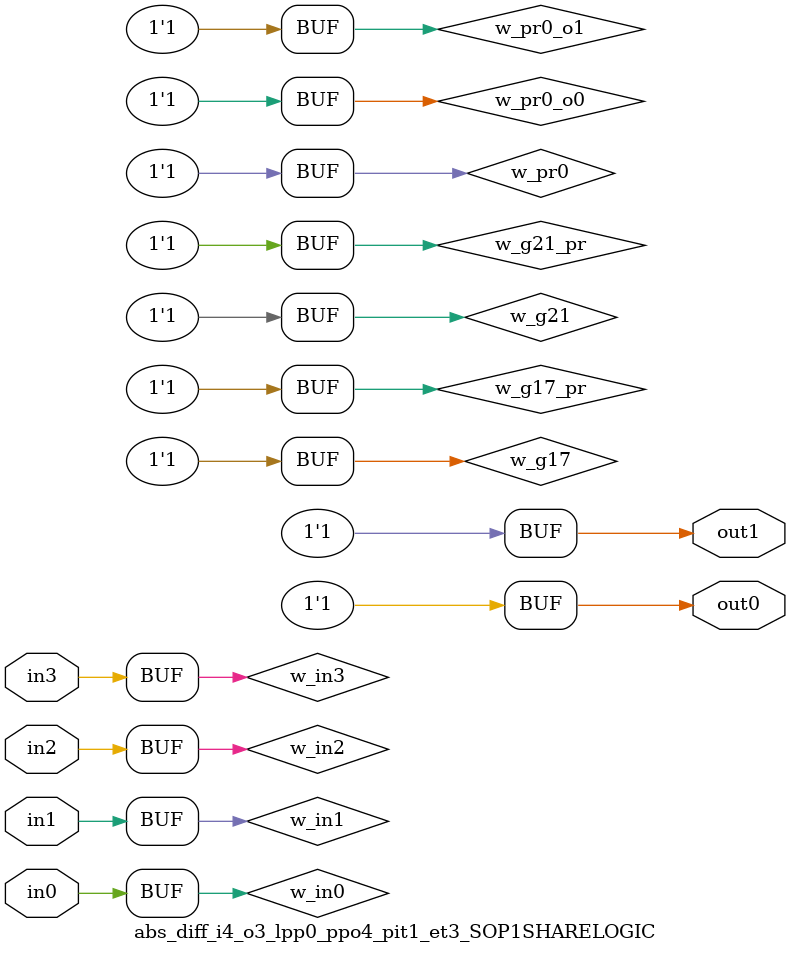
<source format=v>
module abs_diff_i4_o3_lpp0_ppo4_pit1_et3_SOP1SHARELOGIC (in0, in1, in2, in3, out0, out1);
// declaring inputs
input in0,  in1,  in2,  in3;
// declaring outputs
output out0,  out1;
// JSON model input
wire w_in3, w_in2, w_in1, w_in0;
// JSON model output
wire w_g17, w_g21;
//json model
wire w_g17_pr, w_g21_pr, w_pr0_o0, w_pr0_o1, w_pr0;
// JSON model input assign
assign w_in3 = in3;
assign w_in2 = in2;
assign w_in1 = in1;
assign w_in0 = in0;

//json model assigns (approximated Shared/XPAT part)
//assign literals to products
assign w_pr0 = 1;
//if a product has literals and if the product is being "activated" for that output
assign w_pr0_o0 = w_pr0 & 1;
assign w_pr0_o1 = w_pr0 & 1;
//compose an output with corresponding products (OR)
assign w_g17 = w_pr0_o0;
assign w_g21 = w_pr0_o1;
//if an output has products and if it is part of the JSON model
assign w_g17_pr = w_g17 & 1;
assign w_g21_pr = w_g21 & 1;
// output assigns
assign out0 = w_g17_pr;
assign out1 = w_g21_pr;
endmodule
</source>
